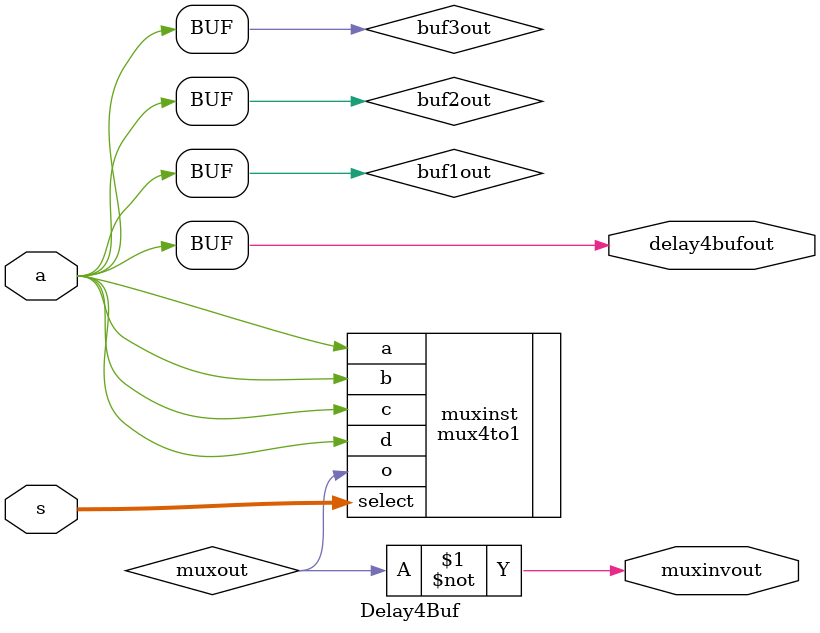
<source format=v>
`timescale 1ps/1ps
module Delay4Buf (a, s, delay4bufout, muxinvout);
input a;
input [1:0] s;
output delay4bufout, muxinvout;
parameter BUF_DELAY = 150;
parameter MUXINV_DELAY = 100; 

buf # BUF_DELAY  bufinst1 (buf1out, a);
buf # BUF_DELAY  bufinst2 (buf2out, buf1out);
buf # BUF_DELAY  bufinst3 (buf3out, buf2out);
buf # BUF_DELAY  bufinst4 (delay4bufout, buf3out);


mux4to1 muxinst (.a(buf1out), .b(buf2out), .c(buf3out), .d(delay4bufout), .select(s), .o(muxout));
not # MUXINV_DELAY (muxinvout, muxout);

endmodule

</source>
